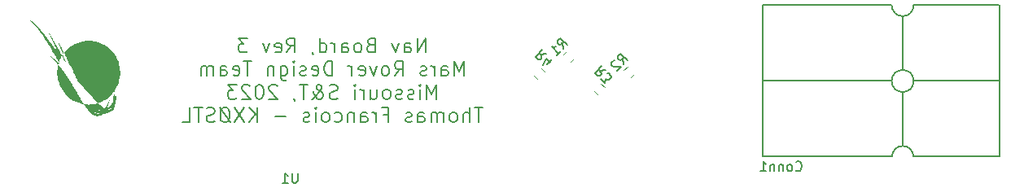
<source format=gbr>
%TF.GenerationSoftware,KiCad,Pcbnew,(6.0.1)*%
%TF.CreationDate,2022-11-25T01:31:12-06:00*%
%TF.ProjectId,NavBoard_Hardware,4e617642-6f61-4726-945f-486172647761,rev?*%
%TF.SameCoordinates,Original*%
%TF.FileFunction,Legend,Bot*%
%TF.FilePolarity,Positive*%
%FSLAX46Y46*%
G04 Gerber Fmt 4.6, Leading zero omitted, Abs format (unit mm)*
G04 Created by KiCad (PCBNEW (6.0.1)) date 2022-11-25 01:31:12*
%MOMM*%
%LPD*%
G01*
G04 APERTURE LIST*
%ADD10C,0.150000*%
%ADD11C,0.120000*%
G04 APERTURE END LIST*
D10*
X121828571Y-67576071D02*
X121828571Y-66076071D01*
X120971428Y-67576071D01*
X120971428Y-66076071D01*
X119614285Y-67576071D02*
X119614285Y-66790357D01*
X119685714Y-66647500D01*
X119828571Y-66576071D01*
X120114285Y-66576071D01*
X120257142Y-66647500D01*
X119614285Y-67504642D02*
X119757142Y-67576071D01*
X120114285Y-67576071D01*
X120257142Y-67504642D01*
X120328571Y-67361785D01*
X120328571Y-67218928D01*
X120257142Y-67076071D01*
X120114285Y-67004642D01*
X119757142Y-67004642D01*
X119614285Y-66933214D01*
X119042857Y-66576071D02*
X118685714Y-67576071D01*
X118328571Y-66576071D01*
X116114285Y-66790357D02*
X115900000Y-66861785D01*
X115828571Y-66933214D01*
X115757142Y-67076071D01*
X115757142Y-67290357D01*
X115828571Y-67433214D01*
X115900000Y-67504642D01*
X116042857Y-67576071D01*
X116614285Y-67576071D01*
X116614285Y-66076071D01*
X116114285Y-66076071D01*
X115971428Y-66147500D01*
X115900000Y-66218928D01*
X115828571Y-66361785D01*
X115828571Y-66504642D01*
X115900000Y-66647500D01*
X115971428Y-66718928D01*
X116114285Y-66790357D01*
X116614285Y-66790357D01*
X114900000Y-67576071D02*
X115042857Y-67504642D01*
X115114285Y-67433214D01*
X115185714Y-67290357D01*
X115185714Y-66861785D01*
X115114285Y-66718928D01*
X115042857Y-66647500D01*
X114900000Y-66576071D01*
X114685714Y-66576071D01*
X114542857Y-66647500D01*
X114471428Y-66718928D01*
X114400000Y-66861785D01*
X114400000Y-67290357D01*
X114471428Y-67433214D01*
X114542857Y-67504642D01*
X114685714Y-67576071D01*
X114900000Y-67576071D01*
X113114285Y-67576071D02*
X113114285Y-66790357D01*
X113185714Y-66647500D01*
X113328571Y-66576071D01*
X113614285Y-66576071D01*
X113757142Y-66647500D01*
X113114285Y-67504642D02*
X113257142Y-67576071D01*
X113614285Y-67576071D01*
X113757142Y-67504642D01*
X113828571Y-67361785D01*
X113828571Y-67218928D01*
X113757142Y-67076071D01*
X113614285Y-67004642D01*
X113257142Y-67004642D01*
X113114285Y-66933214D01*
X112400000Y-67576071D02*
X112400000Y-66576071D01*
X112400000Y-66861785D02*
X112328571Y-66718928D01*
X112257142Y-66647500D01*
X112114285Y-66576071D01*
X111971428Y-66576071D01*
X110828571Y-67576071D02*
X110828571Y-66076071D01*
X110828571Y-67504642D02*
X110971428Y-67576071D01*
X111257142Y-67576071D01*
X111400000Y-67504642D01*
X111471428Y-67433214D01*
X111542857Y-67290357D01*
X111542857Y-66861785D01*
X111471428Y-66718928D01*
X111400000Y-66647500D01*
X111257142Y-66576071D01*
X110971428Y-66576071D01*
X110828571Y-66647500D01*
X110042857Y-67504642D02*
X110042857Y-67576071D01*
X110114285Y-67718928D01*
X110185714Y-67790357D01*
X107400000Y-67576071D02*
X107900000Y-66861785D01*
X108257142Y-67576071D02*
X108257142Y-66076071D01*
X107685714Y-66076071D01*
X107542857Y-66147500D01*
X107471428Y-66218928D01*
X107400000Y-66361785D01*
X107400000Y-66576071D01*
X107471428Y-66718928D01*
X107542857Y-66790357D01*
X107685714Y-66861785D01*
X108257142Y-66861785D01*
X106185714Y-67504642D02*
X106328571Y-67576071D01*
X106614285Y-67576071D01*
X106757142Y-67504642D01*
X106828571Y-67361785D01*
X106828571Y-66790357D01*
X106757142Y-66647500D01*
X106614285Y-66576071D01*
X106328571Y-66576071D01*
X106185714Y-66647500D01*
X106114285Y-66790357D01*
X106114285Y-66933214D01*
X106828571Y-67076071D01*
X105614285Y-66576071D02*
X105257142Y-67576071D01*
X104900000Y-66576071D01*
X103328571Y-66076071D02*
X102400000Y-66076071D01*
X102900000Y-66647500D01*
X102685714Y-66647500D01*
X102542857Y-66718928D01*
X102471428Y-66790357D01*
X102400000Y-66933214D01*
X102400000Y-67290357D01*
X102471428Y-67433214D01*
X102542857Y-67504642D01*
X102685714Y-67576071D01*
X103114285Y-67576071D01*
X103257142Y-67504642D01*
X103328571Y-67433214D01*
X125828571Y-69991071D02*
X125828571Y-68491071D01*
X125328571Y-69562500D01*
X124828571Y-68491071D01*
X124828571Y-69991071D01*
X123471428Y-69991071D02*
X123471428Y-69205357D01*
X123542857Y-69062500D01*
X123685714Y-68991071D01*
X123971428Y-68991071D01*
X124114285Y-69062500D01*
X123471428Y-69919642D02*
X123614285Y-69991071D01*
X123971428Y-69991071D01*
X124114285Y-69919642D01*
X124185714Y-69776785D01*
X124185714Y-69633928D01*
X124114285Y-69491071D01*
X123971428Y-69419642D01*
X123614285Y-69419642D01*
X123471428Y-69348214D01*
X122757142Y-69991071D02*
X122757142Y-68991071D01*
X122757142Y-69276785D02*
X122685714Y-69133928D01*
X122614285Y-69062500D01*
X122471428Y-68991071D01*
X122328571Y-68991071D01*
X121900000Y-69919642D02*
X121757142Y-69991071D01*
X121471428Y-69991071D01*
X121328571Y-69919642D01*
X121257142Y-69776785D01*
X121257142Y-69705357D01*
X121328571Y-69562500D01*
X121471428Y-69491071D01*
X121685714Y-69491071D01*
X121828571Y-69419642D01*
X121900000Y-69276785D01*
X121900000Y-69205357D01*
X121828571Y-69062500D01*
X121685714Y-68991071D01*
X121471428Y-68991071D01*
X121328571Y-69062500D01*
X118614285Y-69991071D02*
X119114285Y-69276785D01*
X119471428Y-69991071D02*
X119471428Y-68491071D01*
X118900000Y-68491071D01*
X118757142Y-68562500D01*
X118685714Y-68633928D01*
X118614285Y-68776785D01*
X118614285Y-68991071D01*
X118685714Y-69133928D01*
X118757142Y-69205357D01*
X118900000Y-69276785D01*
X119471428Y-69276785D01*
X117757142Y-69991071D02*
X117900000Y-69919642D01*
X117971428Y-69848214D01*
X118042857Y-69705357D01*
X118042857Y-69276785D01*
X117971428Y-69133928D01*
X117900000Y-69062500D01*
X117757142Y-68991071D01*
X117542857Y-68991071D01*
X117400000Y-69062500D01*
X117328571Y-69133928D01*
X117257142Y-69276785D01*
X117257142Y-69705357D01*
X117328571Y-69848214D01*
X117400000Y-69919642D01*
X117542857Y-69991071D01*
X117757142Y-69991071D01*
X116757142Y-68991071D02*
X116400000Y-69991071D01*
X116042857Y-68991071D01*
X114900000Y-69919642D02*
X115042857Y-69991071D01*
X115328571Y-69991071D01*
X115471428Y-69919642D01*
X115542857Y-69776785D01*
X115542857Y-69205357D01*
X115471428Y-69062500D01*
X115328571Y-68991071D01*
X115042857Y-68991071D01*
X114900000Y-69062500D01*
X114828571Y-69205357D01*
X114828571Y-69348214D01*
X115542857Y-69491071D01*
X114185714Y-69991071D02*
X114185714Y-68991071D01*
X114185714Y-69276785D02*
X114114285Y-69133928D01*
X114042857Y-69062500D01*
X113900000Y-68991071D01*
X113757142Y-68991071D01*
X112114285Y-69991071D02*
X112114285Y-68491071D01*
X111757142Y-68491071D01*
X111542857Y-68562500D01*
X111400000Y-68705357D01*
X111328571Y-68848214D01*
X111257142Y-69133928D01*
X111257142Y-69348214D01*
X111328571Y-69633928D01*
X111400000Y-69776785D01*
X111542857Y-69919642D01*
X111757142Y-69991071D01*
X112114285Y-69991071D01*
X110042857Y-69919642D02*
X110185714Y-69991071D01*
X110471428Y-69991071D01*
X110614285Y-69919642D01*
X110685714Y-69776785D01*
X110685714Y-69205357D01*
X110614285Y-69062500D01*
X110471428Y-68991071D01*
X110185714Y-68991071D01*
X110042857Y-69062500D01*
X109971428Y-69205357D01*
X109971428Y-69348214D01*
X110685714Y-69491071D01*
X109400000Y-69919642D02*
X109257142Y-69991071D01*
X108971428Y-69991071D01*
X108828571Y-69919642D01*
X108757142Y-69776785D01*
X108757142Y-69705357D01*
X108828571Y-69562500D01*
X108971428Y-69491071D01*
X109185714Y-69491071D01*
X109328571Y-69419642D01*
X109400000Y-69276785D01*
X109400000Y-69205357D01*
X109328571Y-69062500D01*
X109185714Y-68991071D01*
X108971428Y-68991071D01*
X108828571Y-69062500D01*
X108114285Y-69991071D02*
X108114285Y-68991071D01*
X108114285Y-68491071D02*
X108185714Y-68562500D01*
X108114285Y-68633928D01*
X108042857Y-68562500D01*
X108114285Y-68491071D01*
X108114285Y-68633928D01*
X106757142Y-68991071D02*
X106757142Y-70205357D01*
X106828571Y-70348214D01*
X106900000Y-70419642D01*
X107042857Y-70491071D01*
X107257142Y-70491071D01*
X107400000Y-70419642D01*
X106757142Y-69919642D02*
X106900000Y-69991071D01*
X107185714Y-69991071D01*
X107328571Y-69919642D01*
X107400000Y-69848214D01*
X107471428Y-69705357D01*
X107471428Y-69276785D01*
X107400000Y-69133928D01*
X107328571Y-69062500D01*
X107185714Y-68991071D01*
X106900000Y-68991071D01*
X106757142Y-69062500D01*
X106042857Y-68991071D02*
X106042857Y-69991071D01*
X106042857Y-69133928D02*
X105971428Y-69062500D01*
X105828571Y-68991071D01*
X105614285Y-68991071D01*
X105471428Y-69062500D01*
X105400000Y-69205357D01*
X105400000Y-69991071D01*
X103757142Y-68491071D02*
X102900000Y-68491071D01*
X103328571Y-69991071D02*
X103328571Y-68491071D01*
X101828571Y-69919642D02*
X101971428Y-69991071D01*
X102257142Y-69991071D01*
X102400000Y-69919642D01*
X102471428Y-69776785D01*
X102471428Y-69205357D01*
X102400000Y-69062500D01*
X102257142Y-68991071D01*
X101971428Y-68991071D01*
X101828571Y-69062500D01*
X101757142Y-69205357D01*
X101757142Y-69348214D01*
X102471428Y-69491071D01*
X100471428Y-69991071D02*
X100471428Y-69205357D01*
X100542857Y-69062500D01*
X100685714Y-68991071D01*
X100971428Y-68991071D01*
X101114285Y-69062500D01*
X100471428Y-69919642D02*
X100614285Y-69991071D01*
X100971428Y-69991071D01*
X101114285Y-69919642D01*
X101185714Y-69776785D01*
X101185714Y-69633928D01*
X101114285Y-69491071D01*
X100971428Y-69419642D01*
X100614285Y-69419642D01*
X100471428Y-69348214D01*
X99757142Y-69991071D02*
X99757142Y-68991071D01*
X99757142Y-69133928D02*
X99685714Y-69062500D01*
X99542857Y-68991071D01*
X99328571Y-68991071D01*
X99185714Y-69062500D01*
X99114285Y-69205357D01*
X99114285Y-69991071D01*
X99114285Y-69205357D02*
X99042857Y-69062500D01*
X98900000Y-68991071D01*
X98685714Y-68991071D01*
X98542857Y-69062500D01*
X98471428Y-69205357D01*
X98471428Y-69991071D01*
X122971428Y-72406071D02*
X122971428Y-70906071D01*
X122471428Y-71977500D01*
X121971428Y-70906071D01*
X121971428Y-72406071D01*
X121257142Y-72406071D02*
X121257142Y-71406071D01*
X121257142Y-70906071D02*
X121328571Y-70977500D01*
X121257142Y-71048928D01*
X121185714Y-70977500D01*
X121257142Y-70906071D01*
X121257142Y-71048928D01*
X120614285Y-72334642D02*
X120471428Y-72406071D01*
X120185714Y-72406071D01*
X120042857Y-72334642D01*
X119971428Y-72191785D01*
X119971428Y-72120357D01*
X120042857Y-71977500D01*
X120185714Y-71906071D01*
X120400000Y-71906071D01*
X120542857Y-71834642D01*
X120614285Y-71691785D01*
X120614285Y-71620357D01*
X120542857Y-71477500D01*
X120400000Y-71406071D01*
X120185714Y-71406071D01*
X120042857Y-71477500D01*
X119400000Y-72334642D02*
X119257142Y-72406071D01*
X118971428Y-72406071D01*
X118828571Y-72334642D01*
X118757142Y-72191785D01*
X118757142Y-72120357D01*
X118828571Y-71977500D01*
X118971428Y-71906071D01*
X119185714Y-71906071D01*
X119328571Y-71834642D01*
X119400000Y-71691785D01*
X119400000Y-71620357D01*
X119328571Y-71477500D01*
X119185714Y-71406071D01*
X118971428Y-71406071D01*
X118828571Y-71477500D01*
X117900000Y-72406071D02*
X118042857Y-72334642D01*
X118114285Y-72263214D01*
X118185714Y-72120357D01*
X118185714Y-71691785D01*
X118114285Y-71548928D01*
X118042857Y-71477500D01*
X117900000Y-71406071D01*
X117685714Y-71406071D01*
X117542857Y-71477500D01*
X117471428Y-71548928D01*
X117400000Y-71691785D01*
X117400000Y-72120357D01*
X117471428Y-72263214D01*
X117542857Y-72334642D01*
X117685714Y-72406071D01*
X117900000Y-72406071D01*
X116114285Y-71406071D02*
X116114285Y-72406071D01*
X116757142Y-71406071D02*
X116757142Y-72191785D01*
X116685714Y-72334642D01*
X116542857Y-72406071D01*
X116328571Y-72406071D01*
X116185714Y-72334642D01*
X116114285Y-72263214D01*
X115400000Y-72406071D02*
X115400000Y-71406071D01*
X115400000Y-71691785D02*
X115328571Y-71548928D01*
X115257142Y-71477500D01*
X115114285Y-71406071D01*
X114971428Y-71406071D01*
X114471428Y-72406071D02*
X114471428Y-71406071D01*
X114471428Y-70906071D02*
X114542857Y-70977500D01*
X114471428Y-71048928D01*
X114400000Y-70977500D01*
X114471428Y-70906071D01*
X114471428Y-71048928D01*
X112685714Y-72334642D02*
X112471428Y-72406071D01*
X112114285Y-72406071D01*
X111971428Y-72334642D01*
X111900000Y-72263214D01*
X111828571Y-72120357D01*
X111828571Y-71977500D01*
X111900000Y-71834642D01*
X111971428Y-71763214D01*
X112114285Y-71691785D01*
X112400000Y-71620357D01*
X112542857Y-71548928D01*
X112614285Y-71477500D01*
X112685714Y-71334642D01*
X112685714Y-71191785D01*
X112614285Y-71048928D01*
X112542857Y-70977500D01*
X112400000Y-70906071D01*
X112042857Y-70906071D01*
X111828571Y-70977500D01*
X109971428Y-72406071D02*
X110042857Y-72406071D01*
X110185714Y-72334642D01*
X110400000Y-72120357D01*
X110757142Y-71691785D01*
X110900000Y-71477500D01*
X110971428Y-71263214D01*
X110971428Y-71120357D01*
X110900000Y-70977500D01*
X110757142Y-70906071D01*
X110685714Y-70906071D01*
X110542857Y-70977500D01*
X110471428Y-71120357D01*
X110471428Y-71191785D01*
X110542857Y-71334642D01*
X110614285Y-71406071D01*
X111042857Y-71691785D01*
X111114285Y-71763214D01*
X111185714Y-71906071D01*
X111185714Y-72120357D01*
X111114285Y-72263214D01*
X111042857Y-72334642D01*
X110900000Y-72406071D01*
X110685714Y-72406071D01*
X110542857Y-72334642D01*
X110471428Y-72263214D01*
X110257142Y-71977500D01*
X110185714Y-71763214D01*
X110185714Y-71620357D01*
X109542857Y-70906071D02*
X108685714Y-70906071D01*
X109114285Y-72406071D02*
X109114285Y-70906071D01*
X108114285Y-72334642D02*
X108114285Y-72406071D01*
X108185714Y-72548928D01*
X108257142Y-72620357D01*
X106400000Y-71048928D02*
X106328571Y-70977500D01*
X106185714Y-70906071D01*
X105828571Y-70906071D01*
X105685714Y-70977500D01*
X105614285Y-71048928D01*
X105542857Y-71191785D01*
X105542857Y-71334642D01*
X105614285Y-71548928D01*
X106471428Y-72406071D01*
X105542857Y-72406071D01*
X104614285Y-70906071D02*
X104471428Y-70906071D01*
X104328571Y-70977500D01*
X104257142Y-71048928D01*
X104185714Y-71191785D01*
X104114285Y-71477500D01*
X104114285Y-71834642D01*
X104185714Y-72120357D01*
X104257142Y-72263214D01*
X104328571Y-72334642D01*
X104471428Y-72406071D01*
X104614285Y-72406071D01*
X104757142Y-72334642D01*
X104828571Y-72263214D01*
X104900000Y-72120357D01*
X104971428Y-71834642D01*
X104971428Y-71477500D01*
X104900000Y-71191785D01*
X104828571Y-71048928D01*
X104757142Y-70977500D01*
X104614285Y-70906071D01*
X103542857Y-71048928D02*
X103471428Y-70977500D01*
X103328571Y-70906071D01*
X102971428Y-70906071D01*
X102828571Y-70977500D01*
X102757142Y-71048928D01*
X102685714Y-71191785D01*
X102685714Y-71334642D01*
X102757142Y-71548928D01*
X103614285Y-72406071D01*
X102685714Y-72406071D01*
X102185714Y-70906071D02*
X101257142Y-70906071D01*
X101757142Y-71477500D01*
X101542857Y-71477500D01*
X101400000Y-71548928D01*
X101328571Y-71620357D01*
X101257142Y-71763214D01*
X101257142Y-72120357D01*
X101328571Y-72263214D01*
X101400000Y-72334642D01*
X101542857Y-72406071D01*
X101971428Y-72406071D01*
X102114285Y-72334642D01*
X102185714Y-72263214D01*
X127757142Y-73321071D02*
X126900000Y-73321071D01*
X127328571Y-74821071D02*
X127328571Y-73321071D01*
X126400000Y-74821071D02*
X126400000Y-73321071D01*
X125757142Y-74821071D02*
X125757142Y-74035357D01*
X125828571Y-73892500D01*
X125971428Y-73821071D01*
X126185714Y-73821071D01*
X126328571Y-73892500D01*
X126400000Y-73963928D01*
X124828571Y-74821071D02*
X124971428Y-74749642D01*
X125042857Y-74678214D01*
X125114285Y-74535357D01*
X125114285Y-74106785D01*
X125042857Y-73963928D01*
X124971428Y-73892500D01*
X124828571Y-73821071D01*
X124614285Y-73821071D01*
X124471428Y-73892500D01*
X124400000Y-73963928D01*
X124328571Y-74106785D01*
X124328571Y-74535357D01*
X124400000Y-74678214D01*
X124471428Y-74749642D01*
X124614285Y-74821071D01*
X124828571Y-74821071D01*
X123685714Y-74821071D02*
X123685714Y-73821071D01*
X123685714Y-73963928D02*
X123614285Y-73892500D01*
X123471428Y-73821071D01*
X123257142Y-73821071D01*
X123114285Y-73892500D01*
X123042857Y-74035357D01*
X123042857Y-74821071D01*
X123042857Y-74035357D02*
X122971428Y-73892500D01*
X122828571Y-73821071D01*
X122614285Y-73821071D01*
X122471428Y-73892500D01*
X122400000Y-74035357D01*
X122400000Y-74821071D01*
X121042857Y-74821071D02*
X121042857Y-74035357D01*
X121114285Y-73892500D01*
X121257142Y-73821071D01*
X121542857Y-73821071D01*
X121685714Y-73892500D01*
X121042857Y-74749642D02*
X121185714Y-74821071D01*
X121542857Y-74821071D01*
X121685714Y-74749642D01*
X121757142Y-74606785D01*
X121757142Y-74463928D01*
X121685714Y-74321071D01*
X121542857Y-74249642D01*
X121185714Y-74249642D01*
X121042857Y-74178214D01*
X120400000Y-74749642D02*
X120257142Y-74821071D01*
X119971428Y-74821071D01*
X119828571Y-74749642D01*
X119757142Y-74606785D01*
X119757142Y-74535357D01*
X119828571Y-74392500D01*
X119971428Y-74321071D01*
X120185714Y-74321071D01*
X120328571Y-74249642D01*
X120400000Y-74106785D01*
X120400000Y-74035357D01*
X120328571Y-73892500D01*
X120185714Y-73821071D01*
X119971428Y-73821071D01*
X119828571Y-73892500D01*
X117471428Y-74035357D02*
X117971428Y-74035357D01*
X117971428Y-74821071D02*
X117971428Y-73321071D01*
X117257142Y-73321071D01*
X116685714Y-74821071D02*
X116685714Y-73821071D01*
X116685714Y-74106785D02*
X116614285Y-73963928D01*
X116542857Y-73892500D01*
X116400000Y-73821071D01*
X116257142Y-73821071D01*
X115114285Y-74821071D02*
X115114285Y-74035357D01*
X115185714Y-73892500D01*
X115328571Y-73821071D01*
X115614285Y-73821071D01*
X115757142Y-73892500D01*
X115114285Y-74749642D02*
X115257142Y-74821071D01*
X115614285Y-74821071D01*
X115757142Y-74749642D01*
X115828571Y-74606785D01*
X115828571Y-74463928D01*
X115757142Y-74321071D01*
X115614285Y-74249642D01*
X115257142Y-74249642D01*
X115114285Y-74178214D01*
X114400000Y-73821071D02*
X114400000Y-74821071D01*
X114400000Y-73963928D02*
X114328571Y-73892500D01*
X114185714Y-73821071D01*
X113971428Y-73821071D01*
X113828571Y-73892500D01*
X113757142Y-74035357D01*
X113757142Y-74821071D01*
X112400000Y-74749642D02*
X112542857Y-74821071D01*
X112828571Y-74821071D01*
X112971428Y-74749642D01*
X113042857Y-74678214D01*
X113114285Y-74535357D01*
X113114285Y-74106785D01*
X113042857Y-73963928D01*
X112971428Y-73892500D01*
X112828571Y-73821071D01*
X112542857Y-73821071D01*
X112400000Y-73892500D01*
X111542857Y-74821071D02*
X111685714Y-74749642D01*
X111757142Y-74678214D01*
X111828571Y-74535357D01*
X111828571Y-74106785D01*
X111757142Y-73963928D01*
X111685714Y-73892500D01*
X111542857Y-73821071D01*
X111328571Y-73821071D01*
X111185714Y-73892500D01*
X111114285Y-73963928D01*
X111042857Y-74106785D01*
X111042857Y-74535357D01*
X111114285Y-74678214D01*
X111185714Y-74749642D01*
X111328571Y-74821071D01*
X111542857Y-74821071D01*
X110400000Y-74821071D02*
X110400000Y-73821071D01*
X110400000Y-73321071D02*
X110471428Y-73392500D01*
X110400000Y-73463928D01*
X110328571Y-73392500D01*
X110400000Y-73321071D01*
X110400000Y-73463928D01*
X109757142Y-74749642D02*
X109614285Y-74821071D01*
X109328571Y-74821071D01*
X109185714Y-74749642D01*
X109114285Y-74606785D01*
X109114285Y-74535357D01*
X109185714Y-74392500D01*
X109328571Y-74321071D01*
X109542857Y-74321071D01*
X109685714Y-74249642D01*
X109757142Y-74106785D01*
X109757142Y-74035357D01*
X109685714Y-73892500D01*
X109542857Y-73821071D01*
X109328571Y-73821071D01*
X109185714Y-73892500D01*
X107328571Y-74249642D02*
X106185714Y-74249642D01*
X104328571Y-74821071D02*
X104328571Y-73321071D01*
X103471428Y-74821071D02*
X104114285Y-73963928D01*
X103471428Y-73321071D02*
X104328571Y-74178214D01*
X102971428Y-73321071D02*
X101971428Y-74821071D01*
X101971428Y-73321071D02*
X102971428Y-74821071D01*
X100400000Y-73321071D02*
X101542857Y-74821071D01*
X101114285Y-74821071D02*
X101257142Y-74749642D01*
X101400000Y-74606785D01*
X101471428Y-74321071D01*
X101471428Y-73821071D01*
X101400000Y-73535357D01*
X101257142Y-73392500D01*
X101114285Y-73321071D01*
X100828571Y-73321071D01*
X100685714Y-73392500D01*
X100542857Y-73535357D01*
X100471428Y-73821071D01*
X100471428Y-74321071D01*
X100542857Y-74606785D01*
X100685714Y-74749642D01*
X100828571Y-74821071D01*
X101114285Y-74821071D01*
X99900000Y-74749642D02*
X99685714Y-74821071D01*
X99328571Y-74821071D01*
X99185714Y-74749642D01*
X99114285Y-74678214D01*
X99042857Y-74535357D01*
X99042857Y-74392500D01*
X99114285Y-74249642D01*
X99185714Y-74178214D01*
X99328571Y-74106785D01*
X99614285Y-74035357D01*
X99757142Y-73963928D01*
X99828571Y-73892500D01*
X99900000Y-73749642D01*
X99900000Y-73606785D01*
X99828571Y-73463928D01*
X99757142Y-73392500D01*
X99614285Y-73321071D01*
X99257142Y-73321071D01*
X99042857Y-73392500D01*
X98614285Y-73321071D02*
X97757142Y-73321071D01*
X98185714Y-74821071D02*
X98185714Y-73321071D01*
X96542857Y-74821071D02*
X97257142Y-74821071D01*
X97257142Y-73321071D01*
%TO.C,R3*%
X140552031Y-69412267D02*
X139979611Y-69513282D01*
X140147970Y-69008206D02*
X139440863Y-69715312D01*
X139710237Y-69984687D01*
X139811252Y-70018358D01*
X139878596Y-70018358D01*
X139979611Y-69984687D01*
X140080626Y-69883671D01*
X140114298Y-69782656D01*
X140114298Y-69715312D01*
X140080626Y-69614297D01*
X139811252Y-69344923D01*
X140080626Y-70355076D02*
X140518359Y-70792809D01*
X140552031Y-70287732D01*
X140653046Y-70388748D01*
X140754062Y-70422419D01*
X140821405Y-70422419D01*
X140922420Y-70388748D01*
X141090779Y-70220389D01*
X141124451Y-70119374D01*
X141124451Y-70052030D01*
X141090779Y-69951015D01*
X140888749Y-69748984D01*
X140787733Y-69715312D01*
X140720390Y-69715312D01*
%TO.C,U1*%
X108522104Y-80132380D02*
X108522104Y-80941904D01*
X108474485Y-81037142D01*
X108426866Y-81084761D01*
X108331628Y-81132380D01*
X108141152Y-81132380D01*
X108045914Y-81084761D01*
X107998295Y-81037142D01*
X107950676Y-80941904D01*
X107950676Y-80132380D01*
X106950676Y-81132380D02*
X107522104Y-81132380D01*
X107236390Y-81132380D02*
X107236390Y-80132380D01*
X107331628Y-80275238D01*
X107426866Y-80370476D01*
X107522104Y-80418095D01*
%TO.C,R2*%
X142426569Y-68790867D02*
X142325554Y-68218447D01*
X142830630Y-68386806D02*
X142123524Y-67679699D01*
X141854149Y-67949073D01*
X141820478Y-68050088D01*
X141820478Y-68117432D01*
X141854149Y-68218447D01*
X141955165Y-68319462D01*
X142056180Y-68353134D01*
X142123524Y-68353134D01*
X142224539Y-68319462D01*
X142493913Y-68050088D01*
X141517432Y-68420478D02*
X141450088Y-68420478D01*
X141349073Y-68454149D01*
X141180714Y-68622508D01*
X141147043Y-68723524D01*
X141147043Y-68790867D01*
X141180714Y-68891882D01*
X141248058Y-68959226D01*
X141382745Y-69026569D01*
X142190867Y-69026569D01*
X141753134Y-69464302D01*
%TO.C,R1*%
X136137732Y-67190867D02*
X136036717Y-66618447D01*
X136541793Y-66786806D02*
X135834687Y-66079699D01*
X135565312Y-66349073D01*
X135531641Y-66450088D01*
X135531641Y-66517432D01*
X135565312Y-66618447D01*
X135666328Y-66719462D01*
X135767343Y-66753134D01*
X135834687Y-66753134D01*
X135935702Y-66719462D01*
X136205076Y-66450088D01*
X135464297Y-67864302D02*
X135868358Y-67460241D01*
X135666328Y-67662272D02*
X134959221Y-66955165D01*
X135127580Y-66988837D01*
X135262267Y-66988837D01*
X135363282Y-66955165D01*
%TO.C,Conn1*%
X160349209Y-79807142D02*
X160396828Y-79854761D01*
X160539685Y-79902380D01*
X160634923Y-79902380D01*
X160777780Y-79854761D01*
X160873019Y-79759523D01*
X160920638Y-79664285D01*
X160968257Y-79473809D01*
X160968257Y-79330952D01*
X160920638Y-79140476D01*
X160873019Y-79045238D01*
X160777780Y-78950000D01*
X160634923Y-78902380D01*
X160539685Y-78902380D01*
X160396828Y-78950000D01*
X160349209Y-78997619D01*
X159777780Y-79902380D02*
X159873019Y-79854761D01*
X159920638Y-79807142D01*
X159968257Y-79711904D01*
X159968257Y-79426190D01*
X159920638Y-79330952D01*
X159873019Y-79283333D01*
X159777780Y-79235714D01*
X159634923Y-79235714D01*
X159539685Y-79283333D01*
X159492066Y-79330952D01*
X159444447Y-79426190D01*
X159444447Y-79711904D01*
X159492066Y-79807142D01*
X159539685Y-79854761D01*
X159634923Y-79902380D01*
X159777780Y-79902380D01*
X159015876Y-79235714D02*
X159015876Y-79902380D01*
X159015876Y-79330952D02*
X158968257Y-79283333D01*
X158873019Y-79235714D01*
X158730161Y-79235714D01*
X158634923Y-79283333D01*
X158587304Y-79378571D01*
X158587304Y-79902380D01*
X158111114Y-79235714D02*
X158111114Y-79902380D01*
X158111114Y-79330952D02*
X158063495Y-79283333D01*
X157968257Y-79235714D01*
X157825400Y-79235714D01*
X157730161Y-79283333D01*
X157682542Y-79378571D01*
X157682542Y-79902380D01*
X156682542Y-79902380D02*
X157253971Y-79902380D01*
X156968257Y-79902380D02*
X156968257Y-78902380D01*
X157063495Y-79045238D01*
X157158733Y-79140476D01*
X157253971Y-79188095D01*
%TO.C,R4*%
X134352030Y-67712267D02*
X133779610Y-67813282D01*
X133947969Y-67308206D02*
X133240862Y-68015312D01*
X133510236Y-68284687D01*
X133611251Y-68318358D01*
X133678595Y-68318358D01*
X133779610Y-68284687D01*
X133880625Y-68183671D01*
X133914297Y-68082656D01*
X133914297Y-68015312D01*
X133880625Y-67914297D01*
X133611251Y-67644923D01*
X134486717Y-68789763D02*
X134958122Y-68318358D01*
X134048984Y-68890778D02*
X134385702Y-68217343D01*
X134823435Y-68655076D01*
D11*
%TO.C,R3*%
X140449580Y-71210654D02*
X140089346Y-70850420D01*
X139710654Y-71949580D02*
X139350420Y-71589346D01*
%TO.C,R2*%
X143549580Y-69789346D02*
X143189346Y-70149580D01*
X142810654Y-69050420D02*
X142450420Y-69410654D01*
%TO.C,G\u002A\u002A\u002A*%
G36*
X87184063Y-72848139D02*
G01*
X87205812Y-72869544D01*
X87221832Y-72889450D01*
X87224771Y-72898490D01*
X87213088Y-72890948D01*
X87191339Y-72869544D01*
X87175319Y-72849637D01*
X87172380Y-72840598D01*
X87184063Y-72848139D01*
G37*
G36*
X83560585Y-66378574D02*
G01*
X83585191Y-66406802D01*
X83618275Y-66451836D01*
X83656479Y-66509049D01*
X83696447Y-66573817D01*
X83716652Y-66608536D01*
X83756279Y-66678982D01*
X83802509Y-66763354D01*
X83853488Y-66858073D01*
X83907364Y-66959559D01*
X83962284Y-67064231D01*
X84016392Y-67168511D01*
X84067836Y-67268817D01*
X84114763Y-67361570D01*
X84155319Y-67443191D01*
X84187650Y-67510098D01*
X84209902Y-67558713D01*
X84220224Y-67585455D01*
X84216758Y-67600173D01*
X84200054Y-67632542D01*
X84173732Y-67672984D01*
X84149368Y-67704787D01*
X84126668Y-67728880D01*
X84114734Y-67734324D01*
X84110323Y-67725499D01*
X84096751Y-67693044D01*
X84076306Y-67641499D01*
X84050856Y-67575601D01*
X84022272Y-67500085D01*
X83989050Y-67412442D01*
X83949904Y-67310768D01*
X83906934Y-67200397D01*
X83861916Y-67085795D01*
X83816626Y-66971426D01*
X83772838Y-66861755D01*
X83732328Y-66761247D01*
X83696871Y-66674366D01*
X83668242Y-66605577D01*
X83648217Y-66559344D01*
X83632519Y-66526565D01*
X83602594Y-66470538D01*
X83575010Y-66425470D01*
X83563787Y-66408223D01*
X83549737Y-66381661D01*
X83549379Y-66371196D01*
X83560585Y-66378574D01*
G37*
G36*
X80352878Y-64116535D02*
G01*
X80402473Y-64118709D01*
X80464833Y-64123984D01*
X80516469Y-64133521D01*
X80568576Y-64149651D01*
X80632348Y-64174705D01*
X80723615Y-64216579D01*
X80860863Y-64294477D01*
X81004142Y-64393188D01*
X81154308Y-64513500D01*
X81312219Y-64656200D01*
X81478731Y-64822076D01*
X81654704Y-65011916D01*
X81840992Y-65226507D01*
X82038455Y-65466638D01*
X82115146Y-65563419D01*
X82238608Y-65723539D01*
X82373655Y-65903146D01*
X82518111Y-66099200D01*
X82669798Y-66308665D01*
X82826539Y-66528504D01*
X82986158Y-66755678D01*
X83146478Y-66987151D01*
X83305321Y-67219885D01*
X83460511Y-67450842D01*
X83476912Y-67475386D01*
X83525631Y-67547468D01*
X83568133Y-67609130D01*
X83601993Y-67656932D01*
X83624788Y-67687435D01*
X83634094Y-67697198D01*
X83629867Y-67684020D01*
X83615180Y-67647189D01*
X83591261Y-67589637D01*
X83559377Y-67514278D01*
X83520795Y-67424023D01*
X83476781Y-67321785D01*
X83428601Y-67210476D01*
X83377523Y-67093009D01*
X83324811Y-66972295D01*
X83271734Y-66851247D01*
X83219556Y-66732777D01*
X83169545Y-66619798D01*
X83122967Y-66515222D01*
X83081088Y-66421961D01*
X83045176Y-66342927D01*
X83003809Y-66253393D01*
X82927307Y-66091951D01*
X82855384Y-65945596D01*
X82788954Y-65816001D01*
X82728932Y-65704834D01*
X82676234Y-65613767D01*
X82631775Y-65544470D01*
X82596470Y-65498612D01*
X82571234Y-65477865D01*
X82554002Y-65477518D01*
X82528961Y-65495998D01*
X82516080Y-65509605D01*
X82509345Y-65506620D01*
X82509688Y-65501723D01*
X82524125Y-65474210D01*
X82551218Y-65456989D01*
X82579096Y-65458284D01*
X82587858Y-65463997D01*
X82620709Y-65492578D01*
X82661879Y-65534907D01*
X82704864Y-65584050D01*
X82743154Y-65633077D01*
X82752516Y-65646478D01*
X82784233Y-65695107D01*
X82826627Y-65763076D01*
X82877221Y-65846203D01*
X82933539Y-65940306D01*
X82993108Y-66041203D01*
X83053449Y-66144712D01*
X83112089Y-66246651D01*
X83166551Y-66342837D01*
X83214359Y-66429088D01*
X83222089Y-66443234D01*
X83349766Y-66676951D01*
X83464058Y-66886311D01*
X83565488Y-67072271D01*
X83654576Y-67235789D01*
X83731845Y-67377823D01*
X83797815Y-67499331D01*
X83853008Y-67601270D01*
X83897946Y-67684599D01*
X84016645Y-67905295D01*
X83964077Y-67991833D01*
X83960303Y-67998109D01*
X83922925Y-68065124D01*
X83879458Y-68149701D01*
X83833902Y-68243429D01*
X83790257Y-68337896D01*
X83752520Y-68424689D01*
X83724690Y-68495396D01*
X83717973Y-68514224D01*
X83704994Y-68548429D01*
X83693845Y-68565769D01*
X83681272Y-68564601D01*
X83664023Y-68543278D01*
X83638845Y-68500156D01*
X83602484Y-68433589D01*
X83577053Y-68387608D01*
X83539094Y-68319802D01*
X83490718Y-68233897D01*
X83433928Y-68133407D01*
X83370720Y-68021848D01*
X83303095Y-67902736D01*
X83233053Y-67779585D01*
X83162592Y-67655912D01*
X83093712Y-67535230D01*
X83028413Y-67421056D01*
X82968693Y-67316906D01*
X82916552Y-67226293D01*
X82873989Y-67152735D01*
X82802802Y-67031419D01*
X82703508Y-66865397D01*
X82597276Y-66690865D01*
X82486253Y-66511176D01*
X82372585Y-66329685D01*
X82258418Y-66149749D01*
X82145896Y-65974722D01*
X82037167Y-65807960D01*
X81934375Y-65652817D01*
X81839667Y-65512649D01*
X81755188Y-65390810D01*
X81683085Y-65290656D01*
X81667639Y-65269907D01*
X81574143Y-65149056D01*
X81469879Y-65021048D01*
X81360237Y-64892115D01*
X81250606Y-64768488D01*
X81146378Y-64656399D01*
X81052940Y-64562079D01*
X81025231Y-64535550D01*
X80897760Y-64420990D01*
X80778390Y-64327410D01*
X80662211Y-64251205D01*
X80544314Y-64188773D01*
X80539818Y-64186656D01*
X80487539Y-64163083D01*
X80445794Y-64148214D01*
X80404715Y-64140026D01*
X80354432Y-64136494D01*
X80285078Y-64135593D01*
X80243305Y-64135123D01*
X80191594Y-64132834D01*
X80166551Y-64128779D01*
X80169295Y-64123079D01*
X80185206Y-64119798D01*
X80227772Y-64116524D01*
X80286242Y-64115344D01*
X80352878Y-64116535D01*
G37*
G36*
X89051111Y-72218262D02*
G01*
X89050067Y-72225924D01*
X89041463Y-72227910D01*
X89039730Y-72225789D01*
X89041463Y-72208613D01*
X89045816Y-72206349D01*
X89051111Y-72218262D01*
G37*
G36*
X84117067Y-67786877D02*
G01*
X84127603Y-67811070D01*
X84146243Y-67857896D01*
X84171658Y-67923879D01*
X84202520Y-68005544D01*
X84237499Y-68099417D01*
X84275268Y-68202022D01*
X84287295Y-68234887D01*
X84324138Y-68335532D01*
X84357515Y-68426662D01*
X84386130Y-68504743D01*
X84408688Y-68566242D01*
X84423893Y-68607624D01*
X84430451Y-68625356D01*
X84432632Y-68632844D01*
X84429904Y-68643447D01*
X84429641Y-68643348D01*
X84419530Y-68628821D01*
X84397202Y-68591276D01*
X84363946Y-68533032D01*
X84321053Y-68456409D01*
X84269813Y-68363724D01*
X84211515Y-68257296D01*
X84147448Y-68139443D01*
X84078904Y-68012486D01*
X84023639Y-67909786D01*
X84063958Y-67840988D01*
X84081924Y-67813269D01*
X84102920Y-67788943D01*
X84115627Y-67784485D01*
X84117067Y-67786877D01*
G37*
G36*
X82799306Y-67960399D02*
G01*
X82874274Y-67994915D01*
X82963821Y-68048364D01*
X83066432Y-68119680D01*
X83180591Y-68207802D01*
X83304784Y-68311665D01*
X83437495Y-68430205D01*
X83577209Y-68562358D01*
X83611483Y-68594771D01*
X83646902Y-68624367D01*
X83668779Y-68635745D01*
X83680328Y-68631047D01*
X83691966Y-68618669D01*
X83704125Y-68631047D01*
X83717487Y-68653365D01*
X83737764Y-68686866D01*
X83759785Y-68723048D01*
X83723404Y-68690484D01*
X83720516Y-68687924D01*
X83693835Y-68666650D01*
X83677841Y-68657920D01*
X83671371Y-68665834D01*
X83658484Y-68694800D01*
X83643506Y-68737712D01*
X83631249Y-68772183D01*
X83617704Y-68800048D01*
X83608708Y-68806459D01*
X83522751Y-68708516D01*
X83376490Y-68544555D01*
X83246361Y-68402607D01*
X83131575Y-68281920D01*
X83031341Y-68181743D01*
X82944870Y-68101324D01*
X82871371Y-68039912D01*
X82810053Y-67996755D01*
X82760126Y-67971102D01*
X82720801Y-67962202D01*
X82699192Y-67961228D01*
X82689516Y-67957637D01*
X82704729Y-67949832D01*
X82740432Y-67945879D01*
X82799306Y-67960399D01*
G37*
G36*
X83665405Y-68878733D02*
G01*
X83671921Y-68886282D01*
X83746525Y-68974266D01*
X83826713Y-69071322D01*
X83909798Y-69173979D01*
X83993090Y-69278766D01*
X84073899Y-69382212D01*
X84149537Y-69480847D01*
X84217314Y-69571200D01*
X84274541Y-69649801D01*
X84318529Y-69713179D01*
X84346589Y-69757863D01*
X84432120Y-69908211D01*
X84590406Y-70175423D01*
X84749514Y-70428753D01*
X84915242Y-70677302D01*
X85093388Y-70930171D01*
X85130179Y-70982268D01*
X85194144Y-71077163D01*
X85257692Y-71176060D01*
X85315096Y-71269966D01*
X85360628Y-71349886D01*
X85363730Y-71355625D01*
X85413173Y-71443946D01*
X85469662Y-71540237D01*
X85526469Y-71633243D01*
X85576870Y-71711709D01*
X85596015Y-71740964D01*
X85647037Y-71822427D01*
X85703321Y-71916103D01*
X85759272Y-72012589D01*
X85809296Y-72102478D01*
X85822018Y-72125810D01*
X85870457Y-72212810D01*
X85928360Y-72314695D01*
X85991443Y-72424026D01*
X86055424Y-72533363D01*
X86116018Y-72635266D01*
X86156358Y-72702551D01*
X86203166Y-72780929D01*
X86243067Y-72848088D01*
X86274054Y-72900634D01*
X86294119Y-72935174D01*
X86301254Y-72948314D01*
X86289830Y-72949057D01*
X86255641Y-72944342D01*
X86204312Y-72935047D01*
X86141534Y-72922327D01*
X86073001Y-72907340D01*
X86004405Y-72891243D01*
X85941439Y-72875193D01*
X85765524Y-72822368D01*
X85487942Y-72715296D01*
X85222595Y-72583434D01*
X84970970Y-72428291D01*
X84734553Y-72251375D01*
X84514829Y-72054194D01*
X84313286Y-71838257D01*
X84131409Y-71605071D01*
X83970684Y-71356143D01*
X83832598Y-71092983D01*
X83718636Y-70817098D01*
X83630285Y-70529997D01*
X83603651Y-70423634D01*
X83579616Y-70318510D01*
X83561356Y-70223404D01*
X83548115Y-70131828D01*
X83539137Y-70037292D01*
X83533666Y-69933306D01*
X83530945Y-69813381D01*
X83530219Y-69671025D01*
X83530225Y-69655948D01*
X83530633Y-69538007D01*
X83531917Y-69442981D01*
X83534396Y-69365458D01*
X83538390Y-69300026D01*
X83544219Y-69241274D01*
X83552202Y-69183789D01*
X83562659Y-69122160D01*
X83576227Y-69048948D01*
X83589796Y-68979498D01*
X83601556Y-68922936D01*
X83609937Y-68887076D01*
X83624822Y-68831797D01*
X83665405Y-68878733D01*
G37*
G36*
X84448718Y-68665156D02*
G01*
X84441482Y-68672393D01*
X84434245Y-68665156D01*
X84441482Y-68657920D01*
X84448718Y-68665156D01*
G37*
G36*
X89534083Y-72988724D02*
G01*
X89517252Y-73050410D01*
X89500226Y-73123722D01*
X89485776Y-73197141D01*
X89479106Y-73231875D01*
X89461822Y-73305647D01*
X89442312Y-73373162D01*
X89423655Y-73423209D01*
X89380734Y-73500360D01*
X89301935Y-73593558D01*
X89251168Y-73631097D01*
X89204425Y-73665660D01*
X89090737Y-73714450D01*
X89073930Y-73719975D01*
X89023320Y-73740999D01*
X88983413Y-73763301D01*
X88866033Y-73831546D01*
X88725394Y-73887014D01*
X88586761Y-73922042D01*
X88568523Y-73926650D01*
X88400354Y-73948883D01*
X88398395Y-73949031D01*
X88333888Y-73954570D01*
X88289492Y-73961299D01*
X88256635Y-73971982D01*
X88226744Y-73989379D01*
X88191248Y-74016253D01*
X88122176Y-74064919D01*
X88042518Y-74111125D01*
X87964063Y-74148205D01*
X87896835Y-74170893D01*
X87883392Y-74173446D01*
X87835273Y-74178931D01*
X87772500Y-74183006D01*
X87705128Y-74184933D01*
X87632593Y-74184119D01*
X87572548Y-74178594D01*
X87515988Y-74166303D01*
X87449966Y-74145232D01*
X87365069Y-74110807D01*
X87247562Y-74046685D01*
X87128942Y-73962330D01*
X87007950Y-73856511D01*
X86883324Y-73727999D01*
X86799446Y-73629281D01*
X87248470Y-73629281D01*
X87252095Y-73638275D01*
X87263440Y-73655885D01*
X87270292Y-73665359D01*
X87307886Y-73705549D01*
X87361762Y-73753048D01*
X87425043Y-73802405D01*
X87490853Y-73848169D01*
X87552313Y-73884886D01*
X87569486Y-73893814D01*
X87624485Y-73917484D01*
X87679205Y-73930473D01*
X87748180Y-73936620D01*
X87777382Y-73937660D01*
X87834207Y-73936523D01*
X87870378Y-73931004D01*
X87883824Y-73922042D01*
X87872472Y-73910578D01*
X87834253Y-73897551D01*
X87670110Y-73847795D01*
X87511460Y-73781272D01*
X87365014Y-73698370D01*
X87318825Y-73668596D01*
X87278346Y-73642982D01*
X87256058Y-73630363D01*
X87248470Y-73629281D01*
X86799446Y-73629281D01*
X86753803Y-73575563D01*
X86750619Y-73571395D01*
X87839142Y-73571395D01*
X87854460Y-73580486D01*
X87890225Y-73594251D01*
X87940437Y-73610794D01*
X87999101Y-73628215D01*
X88060219Y-73644618D01*
X88117793Y-73658105D01*
X88121259Y-73658839D01*
X88184655Y-73671640D01*
X88226168Y-73677624D01*
X88251829Y-73676588D01*
X88267668Y-73668329D01*
X88279712Y-73652643D01*
X88289818Y-73631097D01*
X88284253Y-73616545D01*
X88257460Y-73609474D01*
X88205651Y-73607578D01*
X88186301Y-73607045D01*
X88129241Y-73602865D01*
X88059688Y-73595439D01*
X87988564Y-73585862D01*
X87947029Y-73579882D01*
X87893144Y-73573109D01*
X87855111Y-73569584D01*
X87839292Y-73569986D01*
X87839142Y-73571395D01*
X86750619Y-73571395D01*
X86703333Y-73509501D01*
X88814254Y-73509501D01*
X88820260Y-73513162D01*
X88848642Y-73518661D01*
X88890682Y-73520826D01*
X88896593Y-73520792D01*
X88942255Y-73516263D01*
X88981669Y-73500660D01*
X89027938Y-73469036D01*
X89063496Y-73439406D01*
X89127881Y-73374948D01*
X89191800Y-73299105D01*
X89251812Y-73217075D01*
X89304478Y-73134056D01*
X89346356Y-73055247D01*
X89374006Y-72985847D01*
X89383988Y-72931054D01*
X89383715Y-72914888D01*
X89380973Y-72882445D01*
X89376238Y-72869544D01*
X89371236Y-72874489D01*
X89357075Y-72899356D01*
X89339085Y-72938137D01*
X89299588Y-73017809D01*
X89231976Y-73124523D01*
X89151420Y-73227923D01*
X89063252Y-73321913D01*
X88972802Y-73400392D01*
X88885398Y-73457263D01*
X88849964Y-73477536D01*
X88822222Y-73497486D01*
X88814254Y-73509501D01*
X86703333Y-73509501D01*
X86618127Y-73397973D01*
X86475034Y-73193999D01*
X86317544Y-72961246D01*
X86385382Y-72972265D01*
X86389121Y-72972863D01*
X86478091Y-72983358D01*
X86587228Y-72990749D01*
X86708310Y-72994869D01*
X86833115Y-72995551D01*
X86953422Y-72992629D01*
X87061007Y-72985938D01*
X87085890Y-72983710D01*
X87157045Y-72976799D01*
X87216016Y-72970278D01*
X87257249Y-72964794D01*
X87275186Y-72960994D01*
X87278641Y-72951987D01*
X87269272Y-72929765D01*
X87267660Y-72925480D01*
X87281384Y-72937790D01*
X87308369Y-72965391D01*
X87313837Y-72971090D01*
X87407860Y-73055834D01*
X87520598Y-73136746D01*
X87533535Y-73144900D01*
X87556551Y-73157454D01*
X87557994Y-73153829D01*
X87538900Y-73135098D01*
X87500308Y-73102338D01*
X87443254Y-73056622D01*
X87398643Y-73022064D01*
X87367325Y-72996339D01*
X87351622Y-72977267D01*
X87353581Y-72962454D01*
X87375250Y-72949504D01*
X87418675Y-72936025D01*
X87485905Y-72919621D01*
X87578987Y-72897899D01*
X87606771Y-72891226D01*
X87673917Y-72874045D01*
X87727496Y-72858806D01*
X87762613Y-72846962D01*
X87770217Y-72842437D01*
X87792123Y-72842437D01*
X87795541Y-72849452D01*
X87817474Y-72874137D01*
X87856612Y-72911831D01*
X87909339Y-72959491D01*
X87972036Y-73014071D01*
X88041087Y-73072526D01*
X88112874Y-73131810D01*
X88183780Y-73188878D01*
X88250187Y-73240684D01*
X88308478Y-73284184D01*
X88355036Y-73316332D01*
X88361972Y-73320761D01*
X88409276Y-73348807D01*
X88448476Y-73368600D01*
X88471678Y-73376096D01*
X88475093Y-73375524D01*
X88497745Y-73357466D01*
X88529492Y-73316292D01*
X88568753Y-73255030D01*
X88613941Y-73176707D01*
X88663472Y-73084348D01*
X88715764Y-72980982D01*
X88769230Y-72869635D01*
X88822287Y-72753333D01*
X88873351Y-72635103D01*
X88920837Y-72517973D01*
X88928055Y-72499557D01*
X88959829Y-72419737D01*
X88987869Y-72351276D01*
X89010515Y-72298089D01*
X89026108Y-72264094D01*
X89032989Y-72253207D01*
X89033020Y-72253239D01*
X89034215Y-72272292D01*
X89026841Y-72314847D01*
X89012042Y-72377156D01*
X88990961Y-72455474D01*
X88964738Y-72546055D01*
X88934516Y-72645153D01*
X88901439Y-72749023D01*
X88866647Y-72853917D01*
X88831283Y-72956091D01*
X88796489Y-73051798D01*
X88763408Y-73137293D01*
X88758531Y-73149497D01*
X88734268Y-73213103D01*
X88716202Y-73265411D01*
X88706006Y-73301292D01*
X88705347Y-73315615D01*
X88717883Y-73313883D01*
X88750194Y-73301997D01*
X88792808Y-73282272D01*
X88827780Y-73263834D01*
X88948084Y-73184400D01*
X89053872Y-73086342D01*
X89147087Y-72967280D01*
X89229674Y-72824831D01*
X89303578Y-72656614D01*
X89323179Y-72603845D01*
X89340065Y-72548926D01*
X89349389Y-72498270D01*
X89351304Y-72445396D01*
X89345960Y-72383825D01*
X89333512Y-72307078D01*
X89314111Y-72208675D01*
X89310058Y-72188697D01*
X89297241Y-72122337D01*
X89288007Y-72069355D01*
X89283175Y-72034726D01*
X89283568Y-72023427D01*
X89289511Y-72034637D01*
X89302705Y-72068576D01*
X89320574Y-72119400D01*
X89340997Y-72181284D01*
X89359129Y-72234949D01*
X89377696Y-72283595D01*
X89392189Y-72314676D01*
X89400479Y-72323113D01*
X89400854Y-72322698D01*
X89409398Y-72300147D01*
X89419462Y-72253997D01*
X89430467Y-72189267D01*
X89441836Y-72110976D01*
X89452992Y-72024144D01*
X89463357Y-71933790D01*
X89472354Y-71844934D01*
X89479406Y-71762594D01*
X89483934Y-71691790D01*
X89485361Y-71637543D01*
X89483110Y-71604869D01*
X89478725Y-71601438D01*
X89459404Y-71615164D01*
X89425369Y-71652914D01*
X89376969Y-71714334D01*
X89269678Y-71847153D01*
X89081967Y-72047170D01*
X88874699Y-72233655D01*
X88652033Y-72403532D01*
X88418127Y-72553722D01*
X88177141Y-72681147D01*
X87933234Y-72782731D01*
X87889748Y-72798793D01*
X87839368Y-72818750D01*
X87804921Y-72834105D01*
X87792123Y-72842437D01*
X87770217Y-72842437D01*
X87774372Y-72839964D01*
X87765437Y-72828966D01*
X87738920Y-72799471D01*
X87697524Y-72754562D01*
X87643933Y-72697128D01*
X87580833Y-72630061D01*
X87510907Y-72556251D01*
X87509248Y-72554505D01*
X87429265Y-72469388D01*
X87335949Y-72368564D01*
X87234793Y-72258064D01*
X87131292Y-72143917D01*
X87030938Y-72032154D01*
X86939227Y-71928803D01*
X86936384Y-71925579D01*
X86852890Y-71832447D01*
X86753487Y-71724087D01*
X86642757Y-71605347D01*
X86525284Y-71481079D01*
X86405651Y-71356129D01*
X86288440Y-71235349D01*
X86178234Y-71123586D01*
X85729573Y-70672956D01*
X85524225Y-70262446D01*
X85507518Y-70229020D01*
X85454762Y-70123073D01*
X85400598Y-70013667D01*
X85344028Y-69898740D01*
X85284052Y-69776229D01*
X85219669Y-69644068D01*
X85149882Y-69500197D01*
X85073689Y-69342551D01*
X84990092Y-69169066D01*
X84898092Y-68977681D01*
X84796687Y-68766330D01*
X84684880Y-68532952D01*
X84561671Y-68275483D01*
X84551395Y-68253995D01*
X84480275Y-68104900D01*
X84420849Y-67979466D01*
X84372213Y-67875624D01*
X84333464Y-67791303D01*
X84303701Y-67724435D01*
X84282019Y-67672948D01*
X84267517Y-67634774D01*
X84259291Y-67607842D01*
X84256438Y-67590082D01*
X84258056Y-67579425D01*
X84273286Y-67556879D01*
X84306508Y-67517155D01*
X84353435Y-67465235D01*
X84410230Y-67405058D01*
X84473051Y-67340560D01*
X84538058Y-67275681D01*
X84601414Y-67214358D01*
X84659276Y-67160530D01*
X84707807Y-67118136D01*
X84886096Y-66980578D01*
X85119838Y-66827294D01*
X85365451Y-66693460D01*
X85618392Y-66581277D01*
X85874116Y-66492944D01*
X86128076Y-66430662D01*
X86179164Y-66420923D01*
X86293000Y-66400576D01*
X86390980Y-66385863D01*
X86481916Y-66375943D01*
X86574619Y-66369978D01*
X86677900Y-66367126D01*
X86800570Y-66366548D01*
X86841064Y-66366750D01*
X86999769Y-66370519D01*
X87141246Y-66379766D01*
X87274746Y-66395523D01*
X87409522Y-66418823D01*
X87554827Y-66450698D01*
X87562890Y-66452625D01*
X87851191Y-66536594D01*
X88128864Y-66646746D01*
X88394390Y-66781807D01*
X88646248Y-66940504D01*
X88882918Y-67121567D01*
X89102879Y-67323721D01*
X89304612Y-67545695D01*
X89486596Y-67786215D01*
X89647312Y-68044010D01*
X89785239Y-68317806D01*
X89805038Y-68362951D01*
X89892510Y-68591105D01*
X89964039Y-68832172D01*
X90021685Y-69092904D01*
X90033532Y-69168262D01*
X90046395Y-69289022D01*
X90055699Y-69426041D01*
X90061289Y-69572169D01*
X90063011Y-69720251D01*
X90060712Y-69863137D01*
X90054238Y-69993673D01*
X90043435Y-70104706D01*
X90024687Y-70227987D01*
X89972094Y-70477266D01*
X89901296Y-70723859D01*
X89814417Y-70961620D01*
X89713578Y-71184405D01*
X89600902Y-71386068D01*
X89537728Y-71487379D01*
X89536586Y-71637543D01*
X89535361Y-71798547D01*
X89532948Y-71944536D01*
X89526178Y-72106155D01*
X89514810Y-72248929D01*
X89498385Y-72378343D01*
X89476443Y-72499879D01*
X89470894Y-72531597D01*
X89465203Y-72587706D01*
X89464049Y-72640791D01*
X89467172Y-72684425D01*
X89474315Y-72712180D01*
X89485217Y-72717629D01*
X89493737Y-72702570D01*
X89507543Y-72663602D01*
X89524762Y-72606070D01*
X89544062Y-72535069D01*
X89564116Y-72455693D01*
X89583594Y-72373036D01*
X89601166Y-72292195D01*
X89615504Y-72218262D01*
X89616105Y-72214873D01*
X89628878Y-72133488D01*
X89641829Y-72035784D01*
X89653477Y-71933745D01*
X89662341Y-71839353D01*
X89667766Y-71777057D01*
X89675878Y-71702666D01*
X89683280Y-71656175D01*
X89689711Y-71636944D01*
X89694912Y-71644335D01*
X89698621Y-71677709D01*
X89700579Y-71736429D01*
X89700526Y-71819855D01*
X89698201Y-71927350D01*
X89692570Y-72060018D01*
X89676592Y-72270818D01*
X89652775Y-72471488D01*
X89621812Y-72657435D01*
X89584395Y-72824066D01*
X89552031Y-72931054D01*
X89541220Y-72966791D01*
X89534083Y-72988724D01*
G37*
%TO.C,R1*%
X137249580Y-68189346D02*
X136889346Y-68549580D01*
X136510654Y-67450420D02*
X136150420Y-67810654D01*
D10*
%TO.C,Conn1*%
X169175000Y-70537000D02*
X156881400Y-70537000D01*
X171461000Y-68251000D02*
X171461000Y-64974400D01*
X169149600Y-78411000D02*
X170343400Y-78411000D01*
X171461000Y-72823000D02*
X171461000Y-76125000D01*
X171461000Y-68251000D02*
X171461000Y-69394000D01*
X156881400Y-62663000D02*
X156881400Y-78411000D01*
X171461000Y-72823000D02*
X171461000Y-71680000D01*
X172604000Y-62663000D02*
X173823200Y-62663000D01*
X173747000Y-78411000D02*
X181494000Y-78411000D01*
X171461000Y-63806000D02*
X171461000Y-64974400D01*
X169175000Y-78411000D02*
X156881400Y-78411000D01*
X173772400Y-78411000D02*
X172604000Y-78411000D01*
X181519400Y-62663000D02*
X181519400Y-78411000D01*
X171461000Y-76099600D02*
X171461000Y-77268000D01*
X169200400Y-62663000D02*
X170292600Y-62663000D01*
X181494000Y-70511600D02*
X172604000Y-70511600D01*
X169175000Y-62663000D02*
X156881400Y-62663000D01*
X181494000Y-62663000D02*
X173747000Y-62663000D01*
X169175000Y-70537000D02*
X170318000Y-70537000D01*
X171461000Y-77293400D02*
G75*
G03*
X170343400Y-78411000I-2J-1117598D01*
G01*
X171461000Y-63806000D02*
G75*
G03*
X172604000Y-62663000I0J1143000D01*
G01*
X170318000Y-62663000D02*
G75*
G03*
X171461000Y-63806000I1143000J0D01*
G01*
X172578600Y-78411000D02*
G75*
G03*
X171461000Y-77293400I-1117598J2D01*
G01*
X172604000Y-70537000D02*
G75*
G03*
X172604000Y-70537000I-1143000J0D01*
G01*
D11*
%TO.C,R4*%
X133488624Y-70340051D02*
X133128390Y-69979817D01*
X134227550Y-69601125D02*
X133867316Y-69240891D01*
%TD*%
M02*

</source>
